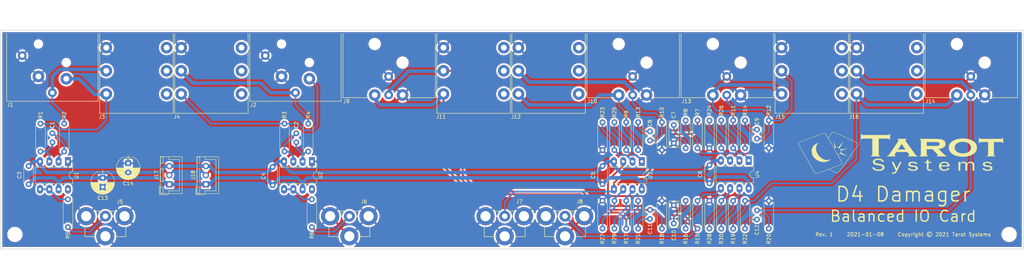
<source format=kicad_pcb>
(kicad_pcb (version 20171130) (host pcbnew "(5.1.2)-2")
  (title_block (title "D4 Damager Balanced IO Card") (date 2021-01-08) (rev 1) (company "Copyright © 2021 Tarot Systems"))
  (layers (0 F.Cu signal) (31 B.Cu signal) (36 B.SilkS user) (37 F.SilkS user) (38 B.Mask user) (39 F.Mask user) (44 Edge.Cuts user))
  (net 0 "")
  (net 1 "Net-(C1-Pad1)")
  (net 2 "Net-(C1-Pad2)")
  (net 3 "Net-(C2-Pad1)")
  (net 4 "Net-(C2-Pad2)")
  (net 5 -15V)
  (net 6 +15V)
  (net 7 "Net-(C7-Pad1)")
  (net 8 GND)
  (net 9 "Net-(C8-Pad1)")
  (net 10 "Net-(C8-Pad2)")
  (net 11 "Net-(C9-Pad1)")
  (net 12 "Net-(C9-Pad2)")
  (net 13 "Net-(C10-Pad1)")
  (net 14 "Net-(C11-Pad1)")
  (net 15 "Net-(C11-Pad2)")
  (net 16 "Net-(C12-Pad1)")
  (net 17 "Net-(C12-Pad2)")
  (net 18 "Net-(J1-Pad3)")
  (net 19 "Net-(J1-Pad2)")
  (net 20 "Net-(J2-Pad3)")
  (net 21 "Net-(J2-Pad2)")
  (net 22 "Net-(J5-Pad1)")
  (net 23 "Net-(J6-Pad1)")
  (net 24 "Net-(J7-Pad1)")
  (net 25 "Net-(J8-Pad1)")
  (net 26 "Net-(J11-PadT)")
  (net 27 "Net-(J10-Pad2)")
  (net 28 "Net-(J13-Pad2)")
  (net 29 "Net-(J14-Pad2)")
  (net 30 "Net-(R5-Pad2)")
  (net 31 "Net-(R6-Pad2)")
  (net 32 "Net-(R7-Pad2)")
  (net 33 "Net-(R25-Pad1)")
  (net 34 "Net-(R11-Pad2)")
  (net 35 "Net-(R15-Pad2)")
  (net 36 "Net-(R17-Pad2)")
  (net 37 "Net-(R19-Pad2)")
  (net 38 "Net-(R23-Pad2)")
  (net 39 "Net-(R24-Pad2)")
  (net 40 "Net-(R27-Pad2)")
  (net 41 "Net-(R28-Pad2)")
  (module amproc:R_Axial_DIN0207_L6.3mm_D2.5mm_P7.62mm_Horizontal_FabText (layer F.Cu) (at 267.25 164.4 90)
    (fp_text reference R30 (at -2.85 0 90) (layer F.SilkS))
    (fp_text value 2k2)
    (pad 1 thru_hole circle (at 0 0 90) (size 1.6 1.6) (drill 0.8) (layers *.Cu *.Mask) (net 37 "Net-(R19-Pad2)"))
    (pad 2 thru_hole oval (at 7.62 0 90) (size 1.6 1.6) (drill 0.8) (layers *.Cu *.Mask) (net 41 "Net-(R28-Pad2)"))
  )
  (module amproc:R_Axial_DIN0207_L6.3mm_D2.5mm_P7.62mm_Horizontal_FabText (layer F.Cu) (at 238 164.4 90)
    (fp_text reference R29 (at -2.85 0 90) (layer F.SilkS))
    (fp_text value 2k2)
    (pad 1 thru_hole circle (at 0 0 90) (size 1.6 1.6) (drill 0.8) (layers *.Cu *.Mask) (net 36 "Net-(R17-Pad2)"))
    (pad 2 thru_hole oval (at 7.62 0 90) (size 1.6 1.6) (drill 0.8) (layers *.Cu *.Mask) (net 40 "Net-(R27-Pad2)"))
  )
  (module amproc:R_Axial_DIN0207_L6.3mm_D2.5mm_P7.62mm_Horizontal_FabText (layer F.Cu) (at 264 156.75 270)
    (fp_text reference R28 (at 10.5 0 90) (layer F.SilkS))
    (fp_text value 2k2)
    (pad 1 thru_hole circle (at 0 0 270) (size 1.6 1.6) (drill 0.8) (layers *.Cu *.Mask) (net 8 GND))
    (pad 2 thru_hole oval (at 7.62 0 270) (size 1.6 1.6) (drill 0.8) (layers *.Cu *.Mask) (net 41 "Net-(R28-Pad2)"))
  )
  (module amproc:R_Axial_DIN0207_L6.3mm_D2.5mm_P7.62mm_Horizontal_FabText (layer F.Cu) (at 234.75 156.75 270)
    (fp_text reference R27 (at 10.5 0 90) (layer F.SilkS))
    (fp_text value 2k2)
    (pad 1 thru_hole circle (at 0 0 270) (size 1.6 1.6) (drill 0.8) (layers *.Cu *.Mask) (net 8 GND))
    (pad 2 thru_hole oval (at 7.62 0 270) (size 1.6 1.6) (drill 0.8) (layers *.Cu *.Mask) (net 40 "Net-(R27-Pad2)"))
  )
  (module amproc:R_Axial_DIN0207_L6.3mm_D2.5mm_P7.62mm_Horizontal_FabText (layer F.Cu) (at 267.25 134.75 270)
    (fp_text reference R26 (at -2.75 0 90) (layer F.SilkS))
    (fp_text value 2k2)
    (pad 1 thru_hole circle (at 0 0 270) (size 1.6 1.6) (drill 0.8) (layers *.Cu *.Mask) (net 34 "Net-(R11-Pad2)"))
    (pad 2 thru_hole oval (at 7.62 0 270) (size 1.6 1.6) (drill 0.8) (layers *.Cu *.Mask) (net 39 "Net-(R24-Pad2)"))
  )
  (module amproc:R_Axial_DIN0207_L6.3mm_D2.5mm_P7.62mm_Horizontal_FabText (layer F.Cu) (at 238 135.25 270)
    (fp_text reference R25 (at -2.75 0 90) (layer F.SilkS))
    (fp_text value 2k2)
    (pad 1 thru_hole circle (at 0 0 270) (size 1.6 1.6) (drill 0.8) (layers *.Cu *.Mask) (net 33 "Net-(R25-Pad1)"))
    (pad 2 thru_hole oval (at 7.62 0 270) (size 1.6 1.6) (drill 0.8) (layers *.Cu *.Mask) (net 38 "Net-(R23-Pad2)"))
  )
  (module amproc:R_Axial_DIN0207_L6.3mm_D2.5mm_P7.62mm_Horizontal_FabText (layer F.Cu) (at 264 142.4 90)
    (fp_text reference R24 (at 10.4 0 90) (layer F.SilkS))
    (fp_text value 2k2)
    (pad 1 thru_hole circle (at 0 0 90) (size 1.6 1.6) (drill 0.8) (layers *.Cu *.Mask) (net 8 GND))
    (pad 2 thru_hole oval (at 7.62 0 90) (size 1.6 1.6) (drill 0.8) (layers *.Cu *.Mask) (net 39 "Net-(R24-Pad2)"))
  )
  (module amproc:R_Axial_DIN0207_L6.3mm_D2.5mm_P7.62mm_Horizontal_FabText (layer F.Cu) (at 234.75 142.9 90)
    (fp_text reference R23 (at 10.4 0 90) (layer F.SilkS))
    (fp_text value 2k2)
    (pad 1 thru_hole circle (at 0 0 90) (size 1.6 1.6) (drill 0.8) (layers *.Cu *.Mask) (net 8 GND))
    (pad 2 thru_hole oval (at 7.62 0 90) (size 1.6 1.6) (drill 0.8) (layers *.Cu *.Mask) (net 38 "Net-(R23-Pad2)"))
  )
  (module amproc:R_Axial_DIN0207_L6.3mm_D2.5mm_P7.62mm_Horizontal_FabText (layer F.Cu) (at 273.75 164.4 90)
    (fp_text reference R22 (at -2.85 0 90) (layer F.SilkS))
    (fp_text value 220)
    (pad 1 thru_hole circle (at 0 0 90) (size 1.6 1.6) (drill 0.8) (layers *.Cu *.Mask) (net 16 "Net-(C12-Pad1)"))
    (pad 2 thru_hole oval (at 7.62 0 90) (size 1.6 1.6) (drill 0.8) (layers *.Cu *.Mask) (net 29 "Net-(J14-Pad2)"))
  )
  (module amproc:R_Axial_DIN0207_L6.3mm_D2.5mm_P7.62mm_Horizontal_FabText (layer F.Cu) (at 244.5 164.4 90)
    (fp_text reference R21 (at -2.85 0 90) (layer F.SilkS))
    (fp_text value 220)
    (pad 1 thru_hole circle (at 0 0 90) (size 1.6 1.6) (drill 0.8) (layers *.Cu *.Mask) (net 14 "Net-(C11-Pad1)"))
    (pad 2 thru_hole oval (at 7.62 0 90) (size 1.6 1.6) (drill 0.8) (layers *.Cu *.Mask) (net 26 "Net-(J11-PadT)"))
  )
  (module amproc:R_Axial_DIN0207_L6.3mm_D2.5mm_P7.62mm_Horizontal_FabText (layer F.Cu) (at 280.25 164.4 90)
    (fp_text reference R20 (at -2.85 0 90) (layer F.SilkS))
    (fp_text value 220)
    (pad 1 thru_hole circle (at 0 0 90) (size 1.6 1.6) (drill 0.8) (layers *.Cu *.Mask) (net 17 "Net-(C12-Pad2)"))
    (pad 2 thru_hole oval (at 7.62 0 90) (size 1.6 1.6) (drill 0.8) (layers *.Cu *.Mask) (net 8 GND))
  )
  (module amproc:R_Axial_DIN0207_L6.3mm_D2.5mm_P7.62mm_Horizontal_FabText (layer F.Cu) (at 270.5 164.4 90)
    (fp_text reference R19 (at -2.85 0 90) (layer F.SilkS))
    (fp_text value 220)
    (pad 1 thru_hole circle (at 0 0 90) (size 1.6 1.6) (drill 0.8) (layers *.Cu *.Mask) (net 29 "Net-(J14-Pad2)"))
    (pad 2 thru_hole oval (at 7.62 0 90) (size 1.6 1.6) (drill 0.8) (layers *.Cu *.Mask) (net 37 "Net-(R19-Pad2)"))
  )
  (module amproc:R_Axial_DIN0207_L6.3mm_D2.5mm_P7.62mm_Horizontal_FabText (layer F.Cu) (at 251 164.4 90)
    (fp_text reference R18 (at -2.85 0 90) (layer F.SilkS))
    (fp_text value 220)
    (pad 1 thru_hole circle (at 0 0 90) (size 1.6 1.6) (drill 0.8) (layers *.Cu *.Mask) (net 15 "Net-(C11-Pad2)"))
    (pad 2 thru_hole oval (at 7.62 0 90) (size 1.6 1.6) (drill 0.8) (layers *.Cu *.Mask) (net 8 GND))
  )
  (module amproc:R_Axial_DIN0207_L6.3mm_D2.5mm_P7.62mm_Horizontal_FabText (layer F.Cu) (at 241.25 164.4 90)
    (fp_text reference R17 (at -2.85 0 90) (layer F.SilkS))
    (fp_text value 220)
    (pad 1 thru_hole circle (at 0 0 90) (size 1.6 1.6) (drill 0.8) (layers *.Cu *.Mask) (net 26 "Net-(J11-PadT)"))
    (pad 2 thru_hole oval (at 7.62 0 90) (size 1.6 1.6) (drill 0.8) (layers *.Cu *.Mask) (net 36 "Net-(R17-Pad2)"))
  )
  (module amproc:R_Axial_DIN0207_L6.3mm_D2.5mm_P7.62mm_Horizontal_FabText (layer F.Cu) (at 257.5 164.4 90)
    (fp_text reference R16 (at -2.85 0 90) (layer F.SilkS))
    (fp_text value *)
    (pad 1 thru_hole circle (at 0 0 90) (size 1.6 1.6) (drill 0.8) (layers *.Cu *.Mask) (net 35 "Net-(R15-Pad2)"))
    (pad 2 thru_hole oval (at 7.62 0 90) (size 1.6 1.6) (drill 0.8) (layers *.Cu *.Mask) (net 13 "Net-(C10-Pad1)"))
  )
  (module amproc:R_Axial_DIN0207_L6.3mm_D2.5mm_P7.62mm_Horizontal_FabText (layer F.Cu) (at 260.75 164.4 90)
    (fp_text reference R15 (at -2.85 0 90) (layer F.SilkS))
    (fp_text value *)
    (pad 1 thru_hole circle (at 0 0 90) (size 1.6 1.6) (drill 0.8) (layers *.Cu *.Mask) (net 25 "Net-(J8-Pad1)"))
    (pad 2 thru_hole oval (at 7.62 0 90) (size 1.6 1.6) (drill 0.8) (layers *.Cu *.Mask) (net 35 "Net-(R15-Pad2)"))
  )
  (module amproc:R_Axial_DIN0207_L6.3mm_D2.5mm_P7.62mm_Horizontal_FabText (layer F.Cu) (at 273.75 134.75 270)
    (fp_text reference R14 (at -2.75 0 90) (layer F.SilkS))
    (fp_text value 220)
    (pad 1 thru_hole circle (at 0 0 270) (size 1.6 1.6) (drill 0.8) (layers *.Cu *.Mask) (net 11 "Net-(C9-Pad1)"))
    (pad 2 thru_hole oval (at 7.62 0 270) (size 1.6 1.6) (drill 0.8) (layers *.Cu *.Mask) (net 28 "Net-(J13-Pad2)"))
  )
  (module amproc:R_Axial_DIN0207_L6.3mm_D2.5mm_P7.62mm_Horizontal_FabText (layer F.Cu) (at 244.5 135.25 270)
    (fp_text reference R13 (at -2.75 0 90) (layer F.SilkS))
    (fp_text value 220)
    (pad 1 thru_hole circle (at 0 0 270) (size 1.6 1.6) (drill 0.8) (layers *.Cu *.Mask) (net 9 "Net-(C8-Pad1)"))
    (pad 2 thru_hole oval (at 7.62 0 270) (size 1.6 1.6) (drill 0.8) (layers *.Cu *.Mask) (net 27 "Net-(J10-Pad2)"))
  )
  (module amproc:R_Axial_DIN0207_L6.3mm_D2.5mm_P7.62mm_Horizontal_FabText (layer F.Cu) (at 280.25 134.75 270)
    (fp_text reference R12 (at -2.75 0 90) (layer F.SilkS))
    (fp_text value 220)
    (pad 1 thru_hole circle (at 0 0 270) (size 1.6 1.6) (drill 0.8) (layers *.Cu *.Mask) (net 12 "Net-(C9-Pad2)"))
    (pad 2 thru_hole oval (at 7.62 0 270) (size 1.6 1.6) (drill 0.8) (layers *.Cu *.Mask) (net 8 GND))
  )
  (module amproc:R_Axial_DIN0207_L6.3mm_D2.5mm_P7.62mm_Horizontal_FabText (layer F.Cu) (at 270.5 134.75 270)
    (fp_text reference R11 (at -2.75 0 90) (layer F.SilkS))
    (fp_text value 220)
    (pad 1 thru_hole circle (at 0 0 270) (size 1.6 1.6) (drill 0.8) (layers *.Cu *.Mask) (net 28 "Net-(J13-Pad2)"))
    (pad 2 thru_hole oval (at 7.62 0 270) (size 1.6 1.6) (drill 0.8) (layers *.Cu *.Mask) (net 34 "Net-(R11-Pad2)"))
  )
  (module amproc:R_Axial_DIN0207_L6.3mm_D2.5mm_P7.62mm_Horizontal_FabText (layer F.Cu) (at 251 135.25 270)
    (fp_text reference R10 (at -2.75 0 90) (layer F.SilkS))
    (fp_text value 220)
    (pad 1 thru_hole circle (at 0 0 270) (size 1.6 1.6) (drill 0.8) (layers *.Cu *.Mask) (net 10 "Net-(C8-Pad2)"))
    (pad 2 thru_hole oval (at 7.62 0 270) (size 1.6 1.6) (drill 0.8) (layers *.Cu *.Mask) (net 8 GND))
  )
  (module amproc:R_Axial_DIN0207_L6.3mm_D2.5mm_P7.62mm_Horizontal_FabText (layer F.Cu) (at 241.25 135.25 270)
    (fp_text reference R9 (at -2.25 0 90) (layer F.SilkS))
    (fp_text value 220)
    (pad 1 thru_hole circle (at 0 0 270) (size 1.6 1.6) (drill 0.8) (layers *.Cu *.Mask) (net 27 "Net-(J10-Pad2)"))
    (pad 2 thru_hole oval (at 7.62 0 270) (size 1.6 1.6) (drill 0.8) (layers *.Cu *.Mask) (net 33 "Net-(R25-Pad1)"))
  )
  (module amproc:R_Axial_DIN0207_L6.3mm_D2.5mm_P7.62mm_Horizontal_FabText (layer F.Cu) (at 257.5 134.75 270)
    (fp_text reference R8 (at -2.25 0 90) (layer F.SilkS))
    (fp_text value *)
    (pad 1 thru_hole circle (at 0 0 270) (size 1.6 1.6) (drill 0.8) (layers *.Cu *.Mask) (net 32 "Net-(R7-Pad2)"))
    (pad 2 thru_hole oval (at 7.62 0 270) (size 1.6 1.6) (drill 0.8) (layers *.Cu *.Mask) (net 7 "Net-(C7-Pad1)"))
  )
  (module amproc:R_Axial_DIN0207_L6.3mm_D2.5mm_P7.62mm_Horizontal_FabText (layer F.Cu) (at 260.75 134.75 270)
    (fp_text reference R7 (at -2.25 0 90) (layer F.SilkS))
    (fp_text value *)
    (pad 1 thru_hole circle (at 0 0 270) (size 1.6 1.6) (drill 0.8) (layers *.Cu *.Mask) (net 24 "Net-(J7-Pad1)"))
    (pad 2 thru_hole oval (at 7.62 0 270) (size 1.6 1.6) (drill 0.8) (layers *.Cu *.Mask) (net 32 "Net-(R7-Pad2)"))
  )
  (module amproc:R_Axial_DIN0207_L6.3mm_D2.5mm_P7.62mm_Horizontal_FabText (layer F.Cu) (at 155.25 164 90)
    (fp_text reference R6 (at -2.25 0 90) (layer F.SilkS))
    (fp_text value 220)
    (pad 1 thru_hole circle (at 0 0 90) (size 1.6 1.6) (drill 0.8) (layers *.Cu *.Mask) (net 23 "Net-(J6-Pad1)"))
    (pad 2 thru_hole oval (at 7.62 0 90) (size 1.6 1.6) (drill 0.8) (layers *.Cu *.Mask) (net 31 "Net-(R6-Pad2)"))
  )
  (module amproc:R_Axial_DIN0207_L6.3mm_D2.5mm_P7.62mm_Horizontal_FabText (layer F.Cu) (at 88.5 164 90)
    (fp_text reference R5 (at -2.25 0 90) (layer F.SilkS))
    (fp_text value 220)
    (pad 1 thru_hole circle (at 0 0 90) (size 1.6 1.6) (drill 0.8) (layers *.Cu *.Mask) (net 22 "Net-(J5-Pad1)"))
    (pad 2 thru_hole oval (at 7.62 0 90) (size 1.6 1.6) (drill 0.8) (layers *.Cu *.Mask) (net 30 "Net-(R5-Pad2)"))
  )
  (module amproc:R_Axial_DIN0207_L6.3mm_D2.5mm_P7.62mm_Horizontal_FabText (layer F.Cu) (at 154.25 143.25 90)
    (fp_text reference R4 (at 10 0 90) (layer F.SilkS))
    (fp_text value 2k2)
    (pad 1 thru_hole circle (at 0 0 90) (size 1.6 1.6) (drill 0.8) (layers *.Cu *.Mask) (net 3 "Net-(C2-Pad1)"))
    (pad 2 thru_hole oval (at 7.62 0 90) (size 1.6 1.6) (drill 0.8) (layers *.Cu *.Mask) (net 20 "Net-(J2-Pad3)"))
  )
  (module amproc:R_Axial_DIN0207_L6.3mm_D2.5mm_P7.62mm_Horizontal_FabText (layer F.Cu) (at 147.75 143.25 90)
    (fp_text reference R3 (at 10 0 90) (layer F.SilkS))
    (fp_text value 2k2)
    (pad 1 thru_hole circle (at 0 0 90) (size 1.6 1.6) (drill 0.8) (layers *.Cu *.Mask) (net 4 "Net-(C2-Pad2)"))
    (pad 2 thru_hole oval (at 7.62 0 90) (size 1.6 1.6) (drill 0.8) (layers *.Cu *.Mask) (net 21 "Net-(J2-Pad2)"))
  )
  (module amproc:R_Axial_DIN0207_L6.3mm_D2.5mm_P7.62mm_Horizontal_FabText (layer F.Cu) (at 87.5 143.25 90)
    (fp_text reference R2 (at 10 0 90) (layer F.SilkS))
    (fp_text value 2k2)
    (pad 1 thru_hole circle (at 0 0 90) (size 1.6 1.6) (drill 0.8) (layers *.Cu *.Mask) (net 1 "Net-(C1-Pad1)"))
    (pad 2 thru_hole oval (at 7.62 0 90) (size 1.6 1.6) (drill 0.8) (layers *.Cu *.Mask) (net 18 "Net-(J1-Pad3)"))
  )
  (module amproc:R_Axial_DIN0207_L6.3mm_D2.5mm_P7.62mm_Horizontal_FabText (layer F.Cu) (at 81 143.25 90)
    (fp_text reference R1 (at 10 0 90) (layer F.SilkS))
    (fp_text value 2k2)
    (pad 1 thru_hole circle (at 0 0 90) (size 1.6 1.6) (drill 0.8) (layers *.Cu *.Mask) (net 2 "Net-(C1-Pad2)"))
    (pad 2 thru_hole oval (at 7.62 0 90) (size 1.6 1.6) (drill 0.8) (layers *.Cu *.Mask) (net 19 "Net-(J1-Pad2)"))
  )
  (module amproc:CL12345 (layer F.Cu) (at 312.5 121.4 180)
    (fp_text reference J16 (at 7.5 -12.35) (layer F.SilkS) (effects (justify right)))
    (fp_text value MON4)
    (pad SN thru_hole circle (at -8.25 6.6 180) (size 3.2 3.2) (drill 1.6) (layers *.Cu *.Mask))
    (pad RN thru_hole circle (at -8.25 0.25 180) (size 3.2 3.2) (drill 1.6) (layers *.Cu *.Mask))
    (pad TN thru_hole circle (at -8.25 -6.1 180) (size 3.2 3.2) (drill 1.6) (layers *.Cu *.Mask))
    (pad S thru_hole circle (at 8.25 6.6 180) (size 3.2 3.2) (drill 1.6) (layers *.Cu *.Mask) (net 8 GND))
    (pad R thru_hole circle (at 8.25 0.25 180) (size 3.2 3.2) (drill 1.6) (layers *.Cu *.Mask) (net 17 "Net-(C12-Pad2)"))
    (pad T thru_hole circle (at 8.25 -6.1 180) (size 3.2 3.2) (drill 1.6) (layers *.Cu *.Mask) (net 29 "Net-(J14-Pad2)"))
  )
  (module amproc:CL12345 (layer F.Cu) (at 292 121.4 180)
    (fp_text reference J15 (at 7.25 -12.35) (layer F.SilkS) (effects (justify right)))
    (fp_text value MON3)
    (pad SN thru_hole circle (at -8.25 6.6 180) (size 3.2 3.2) (drill 1.6) (layers *.Cu *.Mask))
    (pad RN thru_hole circle (at -8.25 0.25 180) (size 3.2 3.2) (drill 1.6) (layers *.Cu *.Mask))
    (pad TN thru_hole circle (at -8.25 -6.1 180) (size 3.2 3.2) (drill 1.6) (layers *.Cu *.Mask))
    (pad S thru_hole circle (at 8.25 6.6 180) (size 3.2 3.2) (drill 1.6) (layers *.Cu *.Mask) (net 8 GND))
    (pad R thru_hole circle (at 8.25 0.25 180) (size 3.2 3.2) (drill 1.6) (layers *.Cu *.Mask) (net 12 "Net-(C9-Pad2)"))
    (pad T thru_hole circle (at 8.25 -6.1 180) (size 3.2 3.2) (drill 1.6) (layers *.Cu *.Mask) (net 28 "Net-(J13-Pad2)"))
  )
  (module amproc:NC3MAAH (layer F.Cu) (at 335.5 119.25)
    (fp_text reference J14 (at -12.5 10.25) (layer F.SilkS) (effects (justify left)))
    (fp_text value MON4)
    (pad "" np_thru_hole circle (at 3.81 -0.36) (size 2.4 2.4) (drill 2.4) (layers *.Cu *.Mask))
    (pad "" np_thru_hole circle (at -3.81 -5.44) (size 2.4 2.4) (drill 2.4) (layers *.Cu *.Mask))
    (pad G thru_hole circle (at 0 3.45) (size 2.4 2.4) (drill 1.2) (layers *.Cu *.Mask) (net 8 GND))
    (pad 3 thru_hole circle (at 0 8.53) (size 2.4 2.4) (drill 1.2) (layers *.Cu *.Mask) (net 17 "Net-(C12-Pad2)"))
    (pad 2 thru_hole circle (at -3.81 8.53) (size 3.2 3.2) (drill 1.6) (layers *.Cu *.Mask) (net 29 "Net-(J14-Pad2)"))
    (pad 1 thru_hole circle (at 3.81 8.53) (size 3.2 3.2) (drill 1.6) (layers *.Cu *.Mask) (net 8 GND))
  )
  (module amproc:NC3MAAH (layer F.Cu) (at 268.75 119.25)
    (fp_text reference J13 (at -12.5 10.25) (layer F.SilkS) (effects (justify left)))
    (fp_text value MON3)
    (pad "" np_thru_hole circle (at 3.81 -0.36) (size 2.4 2.4) (drill 2.4) (layers *.Cu *.Mask))
    (pad "" np_thru_hole circle (at -3.81 -5.44) (size 2.4 2.4) (drill 2.4) (layers *.Cu *.Mask))
    (pad G thru_hole circle (at 0 3.45) (size 2.4 2.4) (drill 1.2) (layers *.Cu *.Mask) (net 8 GND))
    (pad 3 thru_hole circle (at 0 8.53) (size 2.4 2.4) (drill 1.2) (layers *.Cu *.Mask) (net 12 "Net-(C9-Pad2)"))
    (pad 2 thru_hole circle (at -3.81 8.53) (size 3.2 3.2) (drill 1.6) (layers *.Cu *.Mask) (net 28 "Net-(J13-Pad2)"))
    (pad 1 thru_hole circle (at 3.81 8.53) (size 3.2 3.2) (drill 1.6) (layers *.Cu *.Mask) (net 8 GND))
  )
  (module amproc:CL12345 (layer F.Cu) (at 220 121.4 180)
    (fp_text reference J12 (at 7.5 -12.35) (layer F.SilkS) (effects (justify right)))
    (fp_text value OUT4)
    (pad SN thru_hole circle (at -8.25 6.6 180) (size 3.2 3.2) (drill 1.6) (layers *.Cu *.Mask))
    (pad RN thru_hole circle (at -8.25 0.25 180) (size 3.2 3.2) (drill 1.6) (layers *.Cu *.Mask))
    (pad TN thru_hole circle (at -8.25 -6.1 180) (size 3.2 3.2) (drill 1.6) (layers *.Cu *.Mask))
    (pad S thru_hole circle (at 8.25 6.6 180) (size 3.2 3.2) (drill 1.6) (layers *.Cu *.Mask) (net 8 GND))
    (pad R thru_hole circle (at 8.25 0.25 180) (size 3.2 3.2) (drill 1.6) (layers *.Cu *.Mask) (net 10 "Net-(C8-Pad2)"))
    (pad T thru_hole circle (at 8.25 -6.1 180) (size 3.2 3.2) (drill 1.6) (layers *.Cu *.Mask) (net 27 "Net-(J10-Pad2)"))
  )
  (module amproc:CL12345 (layer F.Cu) (at 199.5 121.4 180)
    (fp_text reference J11 (at 7.5 -12.35) (layer F.SilkS) (effects (justify right)))
    (fp_text value OUT3)
    (pad SN thru_hole circle (at -8.25 6.6 180) (size 3.2 3.2) (drill 1.6) (layers *.Cu *.Mask))
    (pad RN thru_hole circle (at -8.25 0.25 180) (size 3.2 3.2) (drill 1.6) (layers *.Cu *.Mask))
    (pad TN thru_hole circle (at -8.25 -6.1 180) (size 3.2 3.2) (drill 1.6) (layers *.Cu *.Mask))
    (pad S thru_hole circle (at 8.25 6.6 180) (size 3.2 3.2) (drill 1.6) (layers *.Cu *.Mask) (net 8 GND))
    (pad R thru_hole circle (at 8.25 0.25 180) (size 3.2 3.2) (drill 1.6) (layers *.Cu *.Mask) (net 15 "Net-(C11-Pad2)"))
    (pad T thru_hole circle (at 8.25 -6.1 180) (size 3.2 3.2) (drill 1.6) (layers *.Cu *.Mask) (net 26 "Net-(J11-PadT)"))
  )
  (module amproc:NC3MAAH (layer F.Cu) (at 243 119.25)
    (fp_text reference J10 (at -12.5 10.25) (layer F.SilkS) (effects (justify left)))
    (fp_text value OUT4)
    (pad "" np_thru_hole circle (at 3.81 -0.36) (size 2.4 2.4) (drill 2.4) (layers *.Cu *.Mask))
    (pad "" np_thru_hole circle (at -3.81 -5.44) (size 2.4 2.4) (drill 2.4) (layers *.Cu *.Mask))
    (pad G thru_hole circle (at 0 3.45) (size 2.4 2.4) (drill 1.2) (layers *.Cu *.Mask) (net 8 GND))
    (pad 3 thru_hole circle (at 0 8.53) (size 2.4 2.4) (drill 1.2) (layers *.Cu *.Mask) (net 10 "Net-(C8-Pad2)"))
    (pad 2 thru_hole circle (at -3.81 8.53) (size 3.2 3.2) (drill 1.6) (layers *.Cu *.Mask) (net 27 "Net-(J10-Pad2)"))
    (pad 1 thru_hole circle (at 3.81 8.53) (size 3.2 3.2) (drill 1.6) (layers *.Cu *.Mask) (net 8 GND))
  )
  (module amproc:NC3MAAH (layer F.Cu) (at 176.25 119.25)
    (fp_text reference J9 (at -12.5 10.25) (layer F.SilkS) (effects (justify left)))
    (fp_text value OUT3)
    (pad "" np_thru_hole circle (at 3.81 -0.36) (size 2.4 2.4) (drill 2.4) (layers *.Cu *.Mask))
    (pad "" np_thru_hole circle (at -3.81 -5.44) (size 2.4 2.4) (drill 2.4) (layers *.Cu *.Mask))
    (pad G thru_hole circle (at 0 3.45) (size 2.4 2.4) (drill 1.2) (layers *.Cu *.Mask) (net 8 GND))
    (pad 3 thru_hole circle (at 0 8.53) (size 2.4 2.4) (drill 1.2) (layers *.Cu *.Mask) (net 15 "Net-(C11-Pad2)"))
    (pad 2 thru_hole circle (at -3.81 8.53) (size 3.2 3.2) (drill 1.6) (layers *.Cu *.Mask) (net 26 "Net-(J11-PadT)"))
    (pad 1 thru_hole circle (at 3.81 8.53) (size 3.2 3.2) (drill 1.6) (layers *.Cu *.Mask) (net 8 GND))
  )
  (module amproc:NYS354 (layer F.Cu) (at 224.5 161 180)
    (fp_text reference J8 (at -4 4) (layer F.SilkS))
    (fp_text value IN4)
    (pad 2 thru_hole circle (at 0 -5.5 180) (size 5 5) (drill 2.8) (layers *.Cu *.Mask) (net 8 GND))
    (pad 2 thru_hole circle (at 5.25 0 180) (size 5 5) (drill 2.8) (layers *.Cu *.Mask) (net 8 GND))
    (pad 2 thru_hole circle (at -5.25 0 180) (size 5 5) (drill 2.8) (layers *.Cu *.Mask) (net 8 GND))
    (pad 1 thru_hole circle (at 0 0 180) (size 3 3) (drill 1.5) (layers *.Cu *.Mask) (net 25 "Net-(J8-Pad1)"))
  )
  (module amproc:NYS354 (layer F.Cu) (at 208 161 180)
    (fp_text reference J7 (at -4 4) (layer F.SilkS))
    (fp_text value IN3)
    (pad 2 thru_hole circle (at 0 -5.5 180) (size 5 5) (drill 2.8) (layers *.Cu *.Mask) (net 8 GND))
    (pad 2 thru_hole circle (at 5.25 0 180) (size 5 5) (drill 2.8) (layers *.Cu *.Mask) (net 8 GND))
    (pad 2 thru_hole circle (at -5.25 0 180) (size 5 5) (drill 2.8) (layers *.Cu *.Mask) (net 8 GND))
    (pad 1 thru_hole circle (at 0 0 180) (size 3 3) (drill 1.5) (layers *.Cu *.Mask) (net 24 "Net-(J7-Pad1)"))
  )
  (module amproc:NYS354 (layer F.Cu) (at 165.5 161 180)
    (fp_text reference J6 (at -4 4) (layer F.SilkS))
    (fp_text value OUT2)
    (pad 2 thru_hole circle (at 0 -5.5 180) (size 5 5) (drill 2.8) (layers *.Cu *.Mask) (net 8 GND))
    (pad 2 thru_hole circle (at 5.25 0 180) (size 5 5) (drill 2.8) (layers *.Cu *.Mask) (net 8 GND))
    (pad 2 thru_hole circle (at -5.25 0 180) (size 5 5) (drill 2.8) (layers *.Cu *.Mask) (net 8 GND))
    (pad 1 thru_hole circle (at 0 0 180) (size 3 3) (drill 1.5) (layers *.Cu *.Mask) (net 23 "Net-(J6-Pad1)"))
  )
  (module amproc:NYS354 (layer F.Cu) (at 98.75 161 180)
    (fp_text reference J5 (at -4 4) (layer F.SilkS))
    (fp_text value OUT1)
    (pad 2 thru_hole circle (at 0 -5.5 180) (size 5 5) (drill 2.8) (layers *.Cu *.Mask) (net 8 GND))
    (pad 2 thru_hole circle (at 5.25 0 180) (size 5 5) (drill 2.8) (layers *.Cu *.Mask) (net 8 GND))
    (pad 2 thru_hole circle (at -5.25 0 180) (size 5 5) (drill 2.8) (layers *.Cu *.Mask) (net 8 GND))
    (pad 1 thru_hole circle (at 0 0 180) (size 3 3) (drill 1.5) (layers *.Cu *.Mask) (net 22 "Net-(J5-Pad1)"))
  )
  (module amproc:CL12345 (layer F.Cu) (at 127.75 121.4 180)
    (fp_text reference J4 (at 8.5 -12.35) (layer F.SilkS) (effects (justify right)))
    (fp_text value IN2)
    (pad SN thru_hole circle (at -8.25 6.6 180) (size 3.2 3.2) (drill 1.6) (layers *.Cu *.Mask))
    (pad RN thru_hole circle (at -8.25 0.25 180) (size 3.2 3.2) (drill 1.6) (layers *.Cu *.Mask))
    (pad TN thru_hole circle (at -8.25 -6.1 180) (size 3.2 3.2) (drill 1.6) (layers *.Cu *.Mask))
    (pad S thru_hole circle (at 8.25 6.6 180) (size 3.2 3.2) (drill 1.6) (layers *.Cu *.Mask) (net 8 GND))
    (pad R thru_hole circle (at 8.25 0.25 180) (size 3.2 3.2) (drill 1.6) (layers *.Cu *.Mask) (net 20 "Net-(J2-Pad3)"))
    (pad T thru_hole circle (at 8.25 -6.1 180) (size 3.2 3.2) (drill 1.6) (layers *.Cu *.Mask) (net 21 "Net-(J2-Pad2)"))
  )
  (module amproc:CL12345 (layer F.Cu) (at 107.25 121.4 180)
    (fp_text reference J3 (at 8.5 -12.35) (layer F.SilkS) (effects (justify right)))
    (fp_text value IN1)
    (pad SN thru_hole circle (at -8.25 6.6 180) (size 3.2 3.2) (drill 1.6) (layers *.Cu *.Mask))
    (pad RN thru_hole circle (at -8.25 0.25 180) (size 3.2 3.2) (drill 1.6) (layers *.Cu *.Mask))
    (pad TN thru_hole circle (at -8.25 -6.1 180) (size 3.2 3.2) (drill 1.6) (layers *.Cu *.Mask))
    (pad S thru_hole circle (at 8.25 6.6 180) (size 3.2 3.2) (drill 1.6) (layers *.Cu *.Mask) (net 8 GND))
    (pad R thru_hole circle (at 8.25 0.25 180) (size 3.2 3.2) (drill 1.6) (layers *.Cu *.Mask) (net 18 "Net-(J1-Pad3)"))
    (pad T thru_hole circle (at 8.25 -6.1 180) (size 3.2 3.2) (drill 1.6) (layers *.Cu *.Mask) (net 19 "Net-(J1-Pad2)"))
  )
  (module amproc:NC3FAAH2 (layer F.Cu) (at 150.75 119.75)
    (fp_text reference J2 (at -12.5 10.75) (layer F.SilkS) (effects (justify left)))
    (fp_text value IN2)
    (pad G thru_hole circle (at -8.25 -2.77) (size 2.4 2.4) (drill 1.2) (layers *.Cu *.Mask) (net 8 GND))
    (pad "" np_thru_hole circle (at 3.81 -0.86) (size 1.6 1.6) (drill 1.6) (layers *.Cu *.Mask))
    (pad "" np_thru_hole circle (at -3.81 -5.94) (size 1.6 1.6) (drill 1.6) (layers *.Cu *.Mask))
    (pad 3 thru_hole circle (at 0 7.4) (size 2.4 2.4) (drill 1.2) (layers *.Cu *.Mask) (net 20 "Net-(J2-Pad3)"))
    (pad 2 thru_hole circle (at 3.81 3.585) (size 3.2 3.2) (drill 1.6) (layers *.Cu *.Mask) (net 21 "Net-(J2-Pad2)"))
    (pad 1 thru_hole circle (at -3.81 2.95) (size 3.2 3.2) (drill 1.6) (layers *.Cu *.Mask) (net 8 GND))
  )
  (module amproc:NC3FAAH2 (layer F.Cu) (at 84.25 119.75)
    (fp_text reference J1 (at -12.5 10.75) (layer F.SilkS) (effects (justify left)))
    (fp_text value IN1)
    (pad G thru_hole circle (at -8.25 -2.77) (size 2.4 2.4) (drill 1.2) (layers *.Cu *.Mask) (net 8 GND))
    (pad "" np_thru_hole circle (at 3.81 -0.86) (size 1.6 1.6) (drill 1.6) (layers *.Cu *.Mask))
    (pad "" np_thru_hole circle (at -3.81 -5.94) (size 1.6 1.6) (drill 1.6) (layers *.Cu *.Mask))
    (pad 3 thru_hole circle (at 0 7.4) (size 2.4 2.4) (drill 1.2) (layers *.Cu *.Mask) (net 18 "Net-(J1-Pad3)"))
    (pad 2 thru_hole circle (at 3.81 3.585) (size 3.2 3.2) (drill 1.6) (layers *.Cu *.Mask) (net 19 "Net-(J1-Pad2)"))
    (pad 1 thru_hole circle (at -3.81 2.95) (size 3.2 3.2) (drill 1.6) (layers *.Cu *.Mask) (net 8 GND))
  )
  (module tarot:tarot_logo_fsilk_60mm (layer F.Cu) (at 317 144)
    (fp_text reference G1 hide)
    (fp_text value LOGO hide)
  )
  (module Mounting_Holes:MountingHole_3.2mm_M3 (layer F.Cu) (at 346 166)
    (fp_text reference H2 hide)
    (fp_text value M3)
    (pad 1 np_thru_hole circle (at 0 0) (size 3.2 3.2) (drill 3.2) (layers *.Cu *.Mask))
  )
  (module Mounting_Holes:MountingHole_3.2mm_M3 (layer F.Cu) (at 74 166)
    (fp_text reference H1 hide)
    (fp_text value M3)
    (pad 1 np_thru_hole circle (at 0 0) (size 3.2 3.2) (drill 3.2) (layers *.Cu *.Mask))
  )
  (module Capacitors_THT:CP_Radial_D6.3mm_P2.50mm (layer F.Cu) (at 105 146.5 270)
    (fp_text reference C14 (at 5.5 0 180) (layer F.SilkS))
    (fp_text value "100u 25V")
    (pad 1 thru_hole rect (at 0 0 270) (size 1.6 1.6) (drill 0.8) (layers *.Cu *.Mask) (net 8 GND))
    (pad 2 thru_hole circle (at 2.5 0 270) (size 1.6 1.6) (drill 0.8) (layers *.Cu *.Mask) (net 5 -15V))
  )
  (module Capacitors_THT:CP_Radial_D6.3mm_P2.50mm (layer F.Cu) (at 98 150.5 270)
    (fp_text reference C13 (at 5.5 0 180) (layer F.SilkS))
    (fp_text value "100u 25V")
    (pad 1 thru_hole rect (at 0 0 270) (size 1.6 1.6) (drill 0.8) (layers *.Cu *.Mask) (net 6 +15V))
    (pad 2 thru_hole circle (at 2.5 0 270) (size 1.6 1.6) (drill 0.8) (layers *.Cu *.Mask) (net 8 GND))
  )
  (module Housings_DIP:DIP-8_W7.62mm_LongPads (layer F.Cu) (at 274.75 145.75 270)
    (fp_text reference U4 (at 3.81 -2.33 90) (layer F.SilkS))
    (fp_text value TL072)
    (pad 1 thru_hole rect (at 0 0 270) (size 2.4 1.6) (drill 0.8) (layers *.Cu *.Mask) (net 34 "Net-(R11-Pad2)"))
    (pad 5 thru_hole oval (at 7.62 7.62 270) (size 2.4 1.6) (drill 0.8) (layers *.Cu *.Mask) (net 35 "Net-(R15-Pad2)"))
    (pad 2 thru_hole oval (at 0 2.54 270) (size 2.4 1.6) (drill 0.8) (layers *.Cu *.Mask) (net 39 "Net-(R24-Pad2)"))
    (pad 6 thru_hole oval (at 7.62 5.08 270) (size 2.4 1.6) (drill 0.8) (layers *.Cu *.Mask) (net 41 "Net-(R28-Pad2)"))
    (pad 3 thru_hole oval (at 0 5.08 270) (size 2.4 1.6) (drill 0.8) (layers *.Cu *.Mask) (net 32 "Net-(R7-Pad2)"))
    (pad 7 thru_hole oval (at 7.62 2.54 270) (size 2.4 1.6) (drill 0.8) (layers *.Cu *.Mask) (net 37 "Net-(R19-Pad2)"))
    (pad 4 thru_hole oval (at 0 7.62 270) (size 2.4 1.6) (drill 0.8) (layers *.Cu *.Mask) (net 5 -15V))
    (pad 8 thru_hole oval (at 7.62 0 270) (size 2.4 1.6) (drill 0.8) (layers *.Cu *.Mask) (net 6 +15V))
  )
  (module Housings_DIP:DIP-8_W7.62mm_LongPads (layer F.Cu) (at 245.5 146 270)
    (fp_text reference U3 (at 3.81 -2.33 90) (layer F.SilkS))
    (fp_text value TL072)
    (pad 8 thru_hole oval (at 7.62 0 270) (size 2.4 1.6) (drill 0.8) (layers *.Cu *.Mask) (net 6 +15V))
    (pad 4 thru_hole oval (at 0 7.62 270) (size 2.4 1.6) (drill 0.8) (layers *.Cu *.Mask) (net 5 -15V))
    (pad 7 thru_hole oval (at 7.62 2.54 270) (size 2.4 1.6) (drill 0.8) (layers *.Cu *.Mask) (net 36 "Net-(R17-Pad2)"))
    (pad 3 thru_hole oval (at 0 5.08 270) (size 2.4 1.6) (drill 0.8) (layers *.Cu *.Mask) (net 25 "Net-(J8-Pad1)"))
    (pad 6 thru_hole oval (at 7.62 5.08 270) (size 2.4 1.6) (drill 0.8) (layers *.Cu *.Mask) (net 40 "Net-(R27-Pad2)"))
    (pad 2 thru_hole oval (at 0 2.54 270) (size 2.4 1.6) (drill 0.8) (layers *.Cu *.Mask) (net 38 "Net-(R23-Pad2)"))
    (pad 5 thru_hole oval (at 7.62 7.62 270) (size 2.4 1.6) (drill 0.8) (layers *.Cu *.Mask) (net 24 "Net-(J7-Pad1)"))
    (pad 1 thru_hole rect (at 0 0 270) (size 2.4 1.6) (drill 0.8) (layers *.Cu *.Mask) (net 33 "Net-(R25-Pad1)"))
  )
  (module Housings_DIP:DIP-8_W7.62mm_LongPads (layer F.Cu) (at 155.25 146 270)
    (fp_text reference U2 (at 3.81 -2.33 90) (layer F.SilkS))
    (fp_text value INA134)
    (pad 1 thru_hole rect (at 0 0 270) (size 2.4 1.6) (drill 0.8) (layers *.Cu *.Mask) (net 8 GND))
    (pad 5 thru_hole oval (at 7.62 7.62 270) (size 2.4 1.6) (drill 0.8) (layers *.Cu *.Mask) (net 31 "Net-(R6-Pad2)"))
    (pad 2 thru_hole oval (at 0 2.54 270) (size 2.4 1.6) (drill 0.8) (layers *.Cu *.Mask) (net 3 "Net-(C2-Pad1)"))
    (pad 6 thru_hole oval (at 7.62 5.08 270) (size 2.4 1.6) (drill 0.8) (layers *.Cu *.Mask) (net 31 "Net-(R6-Pad2)"))
    (pad 3 thru_hole oval (at 0 5.08 270) (size 2.4 1.6) (drill 0.8) (layers *.Cu *.Mask) (net 4 "Net-(C2-Pad2)"))
    (pad 7 thru_hole oval (at 7.62 2.54 270) (size 2.4 1.6) (drill 0.8) (layers *.Cu *.Mask) (net 6 +15V))
    (pad 4 thru_hole oval (at 0 7.62 270) (size 2.4 1.6) (drill 0.8) (layers *.Cu *.Mask) (net 5 -15V))
    (pad 8 thru_hole oval (at 7.62 0 270) (size 2.4 1.6) (drill 0.8) (layers *.Cu *.Mask))
  )
  (module Housings_DIP:DIP-8_W7.62mm_LongPads (layer F.Cu) (at 88.5 146 270)
    (fp_text reference U1 (at 3.81 -2.33 90) (layer F.SilkS))
    (fp_text value INA134)
    (pad 1 thru_hole rect (at 0 0 270) (size 2.4 1.6) (drill 0.8) (layers *.Cu *.Mask) (net 8 GND))
    (pad 5 thru_hole oval (at 7.62 7.62 270) (size 2.4 1.6) (drill 0.8) (layers *.Cu *.Mask) (net 30 "Net-(R5-Pad2)"))
    (pad 2 thru_hole oval (at 0 2.54 270) (size 2.4 1.6) (drill 0.8) (layers *.Cu *.Mask) (net 1 "Net-(C1-Pad1)"))
    (pad 6 thru_hole oval (at 7.62 5.08 270) (size 2.4 1.6) (drill 0.8) (layers *.Cu *.Mask) (net 30 "Net-(R5-Pad2)"))
    (pad 3 thru_hole oval (at 0 5.08 270) (size 2.4 1.6) (drill 0.8) (layers *.Cu *.Mask) (net 2 "Net-(C1-Pad2)"))
    (pad 7 thru_hole oval (at 7.62 2.54 270) (size 2.4 1.6) (drill 0.8) (layers *.Cu *.Mask) (net 6 +15V))
    (pad 4 thru_hole oval (at 0 7.62 270) (size 2.4 1.6) (drill 0.8) (layers *.Cu *.Mask) (net 5 -15V))
    (pad 8 thru_hole oval (at 7.62 0 270) (size 2.4 1.6) (drill 0.8) (layers *.Cu *.Mask))
  )
  (module Connectors_JST:JST_XH_B03B-XH-A_03x2.50mm_Straight (layer F.Cu) (at 126.25 152.25 90)
    (fp_text reference J18 (at 2.5 -3.5 90) (layer F.SilkS))
    (fp_text value POWER)
    (pad 1 thru_hole rect (at 0 0 90) (size 1.75 1.75) (drill 1) (layers *.Cu *.Mask) (net 6 +15V))
    (pad 2 thru_hole circle (at 2.5 0 90) (size 1.75 1.75) (drill 1) (layers *.Cu *.Mask) (net 8 GND))
    (pad 3 thru_hole circle (at 5 0 90) (size 1.75 1.75) (drill 1) (layers *.Cu *.Mask) (net 5 -15V))
  )
  (module Connectors_JST:JST_XH_B03B-XH-A_03x2.50mm_Straight (layer F.Cu) (at 116.25 152.25 90)
    (fp_text reference J17 (at 2.5 -3.5 90) (layer F.SilkS))
    (fp_text value POWER)
    (pad 1 thru_hole rect (at 0 0 90) (size 1.75 1.75) (drill 1) (layers *.Cu *.Mask) (net 6 +15V))
    (pad 2 thru_hole circle (at 2.5 0 90) (size 1.75 1.75) (drill 1) (layers *.Cu *.Mask) (net 8 GND))
    (pad 3 thru_hole circle (at 5 0 90) (size 1.75 1.75) (drill 1) (layers *.Cu *.Mask) (net 5 -15V))
  )
  (module Capacitors_THT:C_Disc_D3.8mm_W2.6mm_P2.50mm (layer F.Cu) (at 277 161.9 90)
    (fp_text reference C12 (at -2.85 0 90) (layer F.SilkS))
    (fp_text value 560p)
    (pad 1 thru_hole circle (at 0 0 90) (size 1.6 1.6) (drill 0.8) (layers *.Cu *.Mask) (net 16 "Net-(C12-Pad1)"))
    (pad 2 thru_hole circle (at 2.5 0 90) (size 1.6 1.6) (drill 0.8) (layers *.Cu *.Mask) (net 17 "Net-(C12-Pad2)"))
  )
  (module Capacitors_THT:C_Disc_D3.8mm_W2.6mm_P2.50mm (layer F.Cu) (at 247.75 161.75 90)
    (fp_text reference C11 (at -2.75 0 90) (layer F.SilkS))
    (fp_text value 560p)
    (pad 2 thru_hole circle (at 2.5 0 90) (size 1.6 1.6) (drill 0.8) (layers *.Cu *.Mask) (net 15 "Net-(C11-Pad2)"))
    (pad 1 thru_hole circle (at 0 0 90) (size 1.6 1.6) (drill 0.8) (layers *.Cu *.Mask) (net 14 "Net-(C11-Pad1)"))
  )
  (module Capacitors_THT:C_Rect_L7.2mm_W2.5mm_P5.00mm_FKS2_FKP2_MKS2_MKP2 (layer F.Cu) (at 254.25 163 90)
    (fp_text reference C10 (at -3.25 0 90) (layer F.SilkS))
    (fp_text value *)
    (pad 1 thru_hole circle (at 0 0 90) (size 1.6 1.6) (drill 0.8) (layers *.Cu *.Mask) (net 13 "Net-(C10-Pad1)"))
    (pad 2 thru_hole circle (at 5 0 90) (size 1.6 1.6) (drill 0.8) (layers *.Cu *.Mask) (net 8 GND))
  )
  (module Capacitors_THT:C_Disc_D3.8mm_W2.6mm_P2.50mm (layer F.Cu) (at 277 137.25 270)
    (fp_text reference C9 (at -2.25 0 90) (layer F.SilkS))
    (fp_text value 560p)
    (pad 1 thru_hole circle (at 0 0 270) (size 1.6 1.6) (drill 0.8) (layers *.Cu *.Mask) (net 11 "Net-(C9-Pad1)"))
    (pad 2 thru_hole circle (at 2.5 0 270) (size 1.6 1.6) (drill 0.8) (layers *.Cu *.Mask) (net 12 "Net-(C9-Pad2)"))
  )
  (module Capacitors_THT:C_Disc_D3.8mm_W2.6mm_P2.50mm (layer F.Cu) (at 247.75 137.75 270)
    (fp_text reference C8 (at -2.25 0 90) (layer F.SilkS))
    (fp_text value 560p)
    (pad 2 thru_hole circle (at 2.5 0 270) (size 1.6 1.6) (drill 0.8) (layers *.Cu *.Mask) (net 10 "Net-(C8-Pad2)"))
    (pad 1 thru_hole circle (at 0 0 270) (size 1.6 1.6) (drill 0.8) (layers *.Cu *.Mask) (net 9 "Net-(C8-Pad1)"))
  )
  (module Capacitors_THT:C_Rect_L7.2mm_W2.5mm_P5.00mm_FKS2_FKP2_MKS2_MKP2 (layer F.Cu) (at 254.25 136 270)
    (fp_text reference C7 (at -2.75 0 90) (layer F.SilkS))
    (fp_text value *)
    (pad 1 thru_hole circle (at 0 0 270) (size 1.6 1.6) (drill 0.8) (layers *.Cu *.Mask) (net 7 "Net-(C7-Pad1)"))
    (pad 2 thru_hole circle (at 5 0 270) (size 1.6 1.6) (drill 0.8) (layers *.Cu *.Mask) (net 8 GND))
  )
  (module Capacitors_THT:C_Disc_D4.7mm_W2.5mm_P5.00mm (layer F.Cu) (at 264 152 90)
    (fp_text reference C6 (at 2.5 -2.56 90) (layer F.SilkS))
    (fp_text value 100n)
    (pad 1 thru_hole circle (at 0 0 90) (size 1.6 1.6) (drill 0.8) (layers *.Cu *.Mask) (net 6 +15V))
    (pad 2 thru_hole circle (at 5 0 90) (size 1.6 1.6) (drill 0.8) (layers *.Cu *.Mask) (net 5 -15V))
  )
  (module Capacitors_THT:C_Disc_D4.7mm_W2.5mm_P5.00mm (layer F.Cu) (at 234.75 152.25 90)
    (fp_text reference C5 (at 2.5 -2.56 90) (layer F.SilkS))
    (fp_text value 100n)
    (pad 2 thru_hole circle (at 5 0 90) (size 1.6 1.6) (drill 0.8) (layers *.Cu *.Mask) (net 5 -15V))
    (pad 1 thru_hole circle (at 0 0 90) (size 1.6 1.6) (drill 0.8) (layers *.Cu *.Mask) (net 6 +15V))
  )
  (module Capacitors_THT:C_Disc_D4.7mm_W2.5mm_P5.00mm (layer F.Cu) (at 144.5 147.5 270)
    (fp_text reference C4 (at 2.5 2.5 90) (layer F.SilkS))
    (fp_text value 100n)
    (pad 1 thru_hole circle (at 0 0 270) (size 1.6 1.6) (drill 0.8) (layers *.Cu *.Mask) (net 5 -15V))
    (pad 2 thru_hole circle (at 5 0 270) (size 1.6 1.6) (drill 0.8) (layers *.Cu *.Mask) (net 6 +15V))
  )
  (module Capacitors_THT:C_Disc_D4.7mm_W2.5mm_P5.00mm (layer F.Cu) (at 77.75 147.25 270)
    (fp_text reference C3 (at 2.5 2.5 90) (layer F.SilkS))
    (fp_text value 100n)
    (pad 1 thru_hole circle (at 0 0 270) (size 1.6 1.6) (drill 0.8) (layers *.Cu *.Mask) (net 5 -15V))
    (pad 2 thru_hole circle (at 5 0 270) (size 1.6 1.6) (drill 0.8) (layers *.Cu *.Mask) (net 6 +15V))
  )
  (module Capacitors_THT:C_Disc_D3.8mm_W2.6mm_P2.50mm (layer F.Cu) (at 151 140.75 90)
    (fp_text reference C2 (at 4.75 0 90) (layer F.SilkS))
    (fp_text value 560p)
    (pad 1 thru_hole circle (at 0 0 90) (size 1.6 1.6) (drill 0.8) (layers *.Cu *.Mask) (net 3 "Net-(C2-Pad1)"))
    (pad 2 thru_hole circle (at 2.5 0 90) (size 1.6 1.6) (drill 0.8) (layers *.Cu *.Mask) (net 4 "Net-(C2-Pad2)"))
  )
  (module Capacitors_THT:C_Disc_D3.8mm_W2.6mm_P2.50mm (layer F.Cu) (at 84.25 138.25 270)
    (fp_text reference C1 (at -2.25 0 90) (layer F.SilkS))
    (fp_text value 560p)
    (pad 1 thru_hole circle (at 0 0 270) (size 1.6 1.6) (drill 0.8) (layers *.Cu *.Mask) (net 1 "Net-(C1-Pad1)"))
    (pad 2 thru_hole circle (at 2.5 0 270) (size 1.6 1.6) (drill 0.8) (layers *.Cu *.Mask) (net 2 "Net-(C1-Pad2)"))
  )
  (gr_text "Rev. 1     2021-01-08     Copyright © 2021 Tarot Systems" (at 317 166) (layer F.SilkS) (effects (font (size 1 1))))
  (gr_text "Balanced IO Card" (at 317 161) (layer F.SilkS) (effects (font (size 3 3) (thickness 0.35))))
  (gr_text "D4 Damager" (at 317 155) (layer F.SilkS) (effects (font (size 4 4) (thickness 0.4))))
  (gr_line (start 70 170) (end 70 110) (layer Edge.Cuts) (width 0.15))
  (gr_line (start 350 170) (end 70 170) (layer Edge.Cuts) (width 0.15))
  (gr_line (start 350 110) (end 350 170) (layer Edge.Cuts) (width 0.15))
  (gr_line (start 70 110) (end 350 110) (layer Edge.Cuts) (width 0.15))
  (segment (start 87.5 143.25) (end 87.5 141.25) (width 0.5) (layer B.Cu) (net 1))
  (segment (start 84.5 138.25) (end 84.25 138.25) (width 0.5) (layer B.Cu) (net 1))
  (segment (start 87.5 141.25) (end 84.5 138.25) (width 0.5) (layer B.Cu) (net 1))
  (segment (start 85.96 144.79) (end 87.5 143.25) (width 0.5) (layer B.Cu) (net 1))
  (segment (start 85.96 146) (end 85.96 144.79) (width 0.5) (layer B.Cu) (net 1))
  (segment (start 84.25 140.75) (end 84.25 141.75) (width 0.5) (layer B.Cu) (net 2))
  (segment (start 82.75 143.25) (end 81 143.25) (width 0.5) (layer B.Cu) (net 2))
  (segment (start 84.25 141.75) (end 82.75 143.25) (width 0.5) (layer B.Cu) (net 2))
  (segment (start 81 143.25) (end 82.5 143.25) (width 0.5) (layer B.Cu) (net 2))
  (segment (start 83.42 144.17) (end 83.42 146) (width 0.5) (layer B.Cu) (net 2))
  (segment (start 82.5 143.25) (end 83.42 144.17) (width 0.5) (layer B.Cu) (net 2))
  (segment (start 151 140.75) (end 151 142.25) (width 0.5) (layer B.Cu) (net 3))
  (segment (start 152.71 143.96) (end 152.71 146) (width 0.5) (layer B.Cu) (net 3))
  (segment (start 151 142.25) (end 152.71 143.96) (width 0.5) (layer B.Cu) (net 3))
  (segment (start 152.71 146) (end 152.71 144.29) (width 0.5) (layer B.Cu) (net 3))
  (segment (start 153.75 143.25) (end 154.25 143.25) (width 0.5) (layer B.Cu) (net 3))
  (segment (start 152.71 144.29) (end 153.75 143.25) (width 0.5) (layer B.Cu) (net 3))
  (segment (start 147.75 141.5) (end 151 138.25) (width 0.5) (layer B.Cu) (net 4))
  (segment (start 147.75 143.25) (end 147.75 141.5) (width 0.5) (layer B.Cu) (net 4))
  (segment (start 150.17 146) (end 150.17 144.67) (width 0.5) (layer B.Cu) (net 4))
  (segment (start 148.75 143.25) (end 147.75 143.25) (width 0.5) (layer B.Cu) (net 4))
  (segment (start 150.17 144.67) (end 148.75 143.25) (width 0.5) (layer B.Cu) (net 4))
  (segment (start 265.25 145.75) (end 264 147) (width 1) (layer B.Cu) (net 5))
  (segment (start 267.13 145.75) (end 265.25 145.75) (width 1) (layer B.Cu) (net 5))
  (segment (start 236 146) (end 234.75 147.25) (width 1) (layer B.Cu) (net 5))
  (segment (start 237.88 146) (end 236 146) (width 1) (layer B.Cu) (net 5))
  (segment (start 237.88 146) (end 237.88 147.13) (width 1) (layer B.Cu) (net 5))
  (segment (start 237.88 147.13) (end 239.75 149) (width 1) (layer B.Cu) (net 5))
  (segment (start 262 149) (end 264 147) (width 1) (layer B.Cu) (net 5))
  (segment (start 239.75 149) (end 262 149) (width 1) (layer B.Cu) (net 5))
  (segment (start 146 146) (end 144.5 147.5) (width 1) (layer B.Cu) (net 5))
  (segment (start 147.63 146) (end 146 146) (width 1) (layer B.Cu) (net 5))
  (segment (start 79 146) (end 77.75 147.25) (width 1) (layer B.Cu) (net 5))
  (segment (start 80.88 146) (end 79 146) (width 1) (layer B.Cu) (net 5))
  (segment (start 143 149) (end 144.5 147.5) (width 1) (layer B.Cu) (net 5))
  (segment (start 80.88 146) (end 80.88 147.13) (width 1) (layer B.Cu) (net 5))
  (segment (start 80.88 147.13) (end 82.75 149) (width 1) (layer B.Cu) (net 5))
  (segment (start 126.25 147.25) (end 127.25 147.25) (width 1) (layer B.Cu) (net 5))
  (segment (start 129 149) (end 129.25 149) (width 1) (layer B.Cu) (net 5))
  (segment (start 127.25 147.25) (end 129 149) (width 1) (layer B.Cu) (net 5))
  (segment (start 129.25 149) (end 143 149) (width 1) (layer B.Cu) (net 5))
  (segment (start 126.25 147.25) (end 116.25 147.25) (width 1) (layer B.Cu) (net 5))
  (segment (start 115.25 147.25) (end 113.5 149) (width 1) (layer B.Cu) (net 5))
  (segment (start 116.25 147.25) (end 115.25 147.25) (width 1) (layer B.Cu) (net 5))
  (segment (start 82.75 149) (end 113.5 149) (width 1) (layer B.Cu) (net 5))
  (segment (start 147.63 146) (end 147.63 147.13) (width 1) (layer B.Cu) (net 5))
  (segment (start 147.63 147.13) (end 149.5 149) (width 1) (layer B.Cu) (net 5))
  (segment (start 233 149) (end 234.75 147.25) (width 1) (layer B.Cu) (net 5))
  (segment (start 149.5 149) (end 233 149) (width 1) (layer B.Cu) (net 5))
  (segment (start 264 152) (end 265.75 150.25) (width 1) (layer B.Cu) (net 6))
  (segment (start 265.75 150.25) (end 273.5 150.25) (width 1) (layer B.Cu) (net 6))
  (segment (start 274.75 151.5) (end 274.75 153.37) (width 1) (layer B.Cu) (net 6))
  (segment (start 273.5 150.25) (end 274.75 151.5) (width 1) (layer B.Cu) (net 6))
  (segment (start 264 152) (end 262.5 150.5) (width 1) (layer B.Cu) (net 6))
  (segment (start 262.5 150.5) (end 247 150.5) (width 1) (layer B.Cu) (net 6))
  (segment (start 245.5 152) (end 245.5 153.62) (width 1) (layer B.Cu) (net 6))
  (segment (start 247 150.5) (end 245.5 152) (width 1) (layer B.Cu) (net 6))
  (segment (start 234.75 152.25) (end 236.5 150.5) (width 1) (layer B.Cu) (net 6))
  (segment (start 244 150.5) (end 245.5 152) (width 1) (layer B.Cu) (net 6))
  (segment (start 236.5 150.5) (end 244 150.5) (width 1) (layer B.Cu) (net 6))
  (segment (start 77.75 152.25) (end 79.5 150.5) (width 1) (layer B.Cu) (net 6))
  (segment (start 79.5 150.5) (end 84.75 150.5) (width 1) (layer B.Cu) (net 6))
  (segment (start 85.96 151.71) (end 85.96 153.62) (width 1) (layer B.Cu) (net 6))
  (segment (start 84.75 150.5) (end 85.96 151.71) (width 1) (layer B.Cu) (net 6))
  (segment (start 142.5 150.5) (end 144.5 152.5) (width 1) (layer B.Cu) (net 6))
  (segment (start 85.96 153.62) (end 85.96 151.79) (width 1) (layer B.Cu) (net 6))
  (segment (start 85.96 151.79) (end 87.25 150.5) (width 1) (layer B.Cu) (net 6))
  (segment (start 144.5 152.5) (end 146.5 150.5) (width 1) (layer B.Cu) (net 6))
  (segment (start 146.5 150.5) (end 151.25 150.5) (width 1) (layer B.Cu) (net 6))
  (segment (start 152.71 151.96) (end 152.71 153.62) (width 1) (layer B.Cu) (net 6))
  (segment (start 151.25 150.5) (end 152.71 151.96) (width 1) (layer B.Cu) (net 6))
  (segment (start 127.25 152.25) (end 129 150.5) (width 1) (layer B.Cu) (net 6))
  (segment (start 126.25 152.25) (end 127.25 152.25) (width 1) (layer B.Cu) (net 6))
  (segment (start 129 150.5) (end 142.5 150.5) (width 1) (layer B.Cu) (net 6))
  (segment (start 126.25 152.25) (end 116.25 152.25) (width 1) (layer B.Cu) (net 6))
  (segment (start 115.5 152.25) (end 113.75 150.5) (width 1) (layer B.Cu) (net 6))
  (segment (start 116.25 152.25) (end 115.5 152.25) (width 1) (layer B.Cu) (net 6))
  (segment (start 87.25 150.5) (end 113.75 150.5) (width 1) (layer B.Cu) (net 6))
  (segment (start 152.71 153.62) (end 152.71 151.79) (width 1) (layer B.Cu) (net 6))
  (segment (start 152.71 151.79) (end 154 150.5) (width 1) (layer B.Cu) (net 6))
  (segment (start 233 150.5) (end 234.75 152.25) (width 1) (layer B.Cu) (net 6))
  (segment (start 154 150.5) (end 233 150.5) (width 1) (layer B.Cu) (net 6))
  (segment (start 254.25 136) (end 254.25 137.5) (width 0.5) (layer B.Cu) (net 7))
  (segment (start 257.5 140.75) (end 257.5 142.37) (width 0.5) (layer B.Cu) (net 7))
  (segment (start 254.25 137.5) (end 257.5 140.75) (width 0.5) (layer B.Cu) (net 7))
  (segment (start 244.5 135.25) (end 244.5 136.5) (width 0.5) (layer B.Cu) (net 9))
  (segment (start 245.75 137.75) (end 247.75 137.75) (width 0.5) (layer B.Cu) (net 9))
  (segment (start 244.5 136.5) (end 245.75 137.75) (width 0.5) (layer B.Cu) (net 9))
  (segment (start 251 135.25) (end 251 138.75) (width 0.5) (layer B.Cu) (net 10))
  (segment (start 249.5 140.25) (end 247.75 140.25) (width 0.5) (layer B.Cu) (net 10))
  (segment (start 251 138.75) (end 249.5 140.25) (width 0.5) (layer B.Cu) (net 10))
  (segment (start 243 127.78) (end 243 130) (width 0.5) (layer B.Cu) (net 10))
  (segment (start 243 130) (end 245.75 132.75) (width 0.5) (layer B.Cu) (net 10))
  (segment (start 245.75 132.75) (end 249.25 132.75) (width 0.5) (layer B.Cu) (net 10))
  (segment (start 251 134.5) (end 251 135.25) (width 0.5) (layer B.Cu) (net 10))
  (segment (start 249.25 132.75) (end 251 134.5) (width 0.5) (layer B.Cu) (net 10))
  (segment (start 211.75 121.25) (end 214.75 124.25) (width 1) (layer B.Cu) (net 10))
  (segment (start 214.75 124.25) (end 240.75 124.25) (width 1) (layer B.Cu) (net 10))
  (segment (start 243 126.5) (end 243 127.78) (width 1) (layer B.Cu) (net 10))
  (segment (start 240.75 124.25) (end 243 126.5) (width 1) (layer B.Cu) (net 10))
  (segment (start 273.75 134.75) (end 273.75 135.75) (width 0.5) (layer B.Cu) (net 11))
  (segment (start 275.25 137.25) (end 277 137.25) (width 0.5) (layer B.Cu) (net 11))
  (segment (start 273.75 135.75) (end 275.25 137.25) (width 0.5) (layer B.Cu) (net 11))
  (segment (start 280.25 134.75) (end 280.25 138) (width 0.5) (layer B.Cu) (net 12))
  (segment (start 278.5 139.75) (end 277 139.75) (width 0.5) (layer B.Cu) (net 12))
  (segment (start 280.25 138) (end 278.5 139.75) (width 0.5) (layer B.Cu) (net 12))
  (segment (start 268.75 127.78) (end 268.75 129.5) (width 0.5) (layer B.Cu) (net 12))
  (segment (start 268.75 129.5) (end 271 131.75) (width 0.5) (layer B.Cu) (net 12))
  (segment (start 271 131.75) (end 278.75 131.75) (width 0.5) (layer B.Cu) (net 12))
  (segment (start 280.25 133.25) (end 280.25 134.75) (width 0.5) (layer B.Cu) (net 12))
  (segment (start 278.75 131.75) (end 280.25 133.25) (width 0.5) (layer B.Cu) (net 12))
  (segment (start 283.75 121.25) (end 286.5 124) (width 0.5) (layer B.Cu) (net 12))
  (segment (start 286.5 124) (end 286.5 131.75) (width 0.5) (layer B.Cu) (net 12))
  (segment (start 283.5 134.75) (end 280.25 134.75) (width 0.5) (layer B.Cu) (net 12))
  (segment (start 286.5 131.75) (end 283.5 134.75) (width 0.5) (layer B.Cu) (net 12))
  (segment (start 257.5 156.78) (end 257.5 158) (width 0.5) (layer B.Cu) (net 13))
  (segment (start 254.25 161.25) (end 254.25 163) (width 0.5) (layer B.Cu) (net 13))
  (segment (start 257.5 158) (end 254.25 161.25) (width 0.5) (layer B.Cu) (net 13))
  (segment (start 247.75 161.75) (end 245.5 161.75) (width 0.5) (layer B.Cu) (net 14))
  (segment (start 244.5 162.75) (end 244.5 164.4) (width 0.5) (layer B.Cu) (net 14))
  (segment (start 245.5 161.75) (end 244.5 162.75) (width 0.5) (layer B.Cu) (net 14))
  (segment (start 247.75 159.25) (end 249 159.25) (width 0.5) (layer B.Cu) (net 15))
  (segment (start 251 161.25) (end 251 164.4) (width 0.5) (layer B.Cu) (net 15))
  (segment (start 249 159.25) (end 251 161.25) (width 0.5) (layer B.Cu) (net 15))
  (segment (start 176.25 127.78) (end 176.25 126.75) (width 1) (layer B.Cu) (net 15))
  (segment (start 181.75 121.25) (end 191.25 121.25) (width 1) (layer B.Cu) (net 15))
  (segment (start 176.25 126.75) (end 181.75 121.25) (width 1) (layer B.Cu) (net 15))
  (segment (start 193.65 121.15) (end 196.5 124) (width 0.5) (layer F.Cu) (net 15))
  (segment (start 191.25 121.15) (end 193.65 121.15) (width 0.5) (layer F.Cu) (net 15))
  (segment (start 196.5 124) (end 196.5 149.75) (width 0.5) (layer F.Cu) (net 15))
  (segment (start 196.5 149.75) (end 201 154.25) (width 0.5) (layer F.Cu) (net 15))
  (segment (start 201 154.25) (end 229.25 154.25) (width 0.5) (layer F.Cu) (net 15))
  (segment (start 234.25 159.25) (end 247.75 159.25) (width 0.5) (layer F.Cu) (net 15))
  (segment (start 229.25 154.25) (end 234.25 159.25) (width 0.5) (layer F.Cu) (net 15))
  (segment (start 277 161.9) (end 275.1 161.9) (width 0.5) (layer B.Cu) (net 16))
  (segment (start 273.75 163.25) (end 273.75 164.4) (width 0.5) (layer B.Cu) (net 16))
  (segment (start 275.1 161.9) (end 273.75 163.25) (width 0.5) (layer B.Cu) (net 16))
  (segment (start 277 159.4) (end 278.4 159.4) (width 0.5) (layer B.Cu) (net 17))
  (segment (start 280.25 161.25) (end 280.25 164.4) (width 0.5) (layer B.Cu) (net 17))
  (segment (start 278.4 159.4) (end 280.25 161.25) (width 0.5) (layer B.Cu) (net 17))
  (segment (start 304.25 121.25) (end 307.25 124.25) (width 1) (layer B.Cu) (net 17))
  (segment (start 307.25 124.25) (end 333 124.25) (width 1) (layer B.Cu) (net 17))
  (segment (start 335.5 126.75) (end 335.5 127.78) (width 1) (layer B.Cu) (net 17))
  (segment (start 333 124.25) (end 335.5 126.75) (width 1) (layer B.Cu) (net 17))
  (segment (start 277 159.4) (end 329.6 159.4) (width 0.5) (layer B.Cu) (net 17))
  (segment (start 335.5 153.5) (end 335.5 127.78) (width 0.5) (layer B.Cu) (net 17))
  (segment (start 329.6 159.4) (end 335.5 153.5) (width 0.5) (layer B.Cu) (net 17))
  (segment (start 99 121.25) (end 98.5 120.75) (width 1) (layer B.Cu) (net 18))
  (segment (start 98.5 120.75) (end 86.25 120.75) (width 1) (layer B.Cu) (net 18))
  (segment (start 84.25 122.75) (end 84.25 127.15) (width 1) (layer B.Cu) (net 18))
  (segment (start 86.25 120.75) (end 84.25 122.75) (width 1) (layer B.Cu) (net 18))
  (segment (start 84.25 127.15) (end 84.25 129.75) (width 0.5) (layer B.Cu) (net 18))
  (segment (start 87.5 133) (end 87.5 135.63) (width 0.5) (layer B.Cu) (net 18))
  (segment (start 84.25 129.75) (end 87.5 133) (width 0.5) (layer B.Cu) (net 18))
  (segment (start 99 127.6) (end 95.85 127.6) (width 1) (layer B.Cu) (net 19))
  (segment (start 91.585 123.335) (end 88.06 123.335) (width 1) (layer B.Cu) (net 19))
  (segment (start 95.85 127.6) (end 91.585 123.335) (width 1) (layer B.Cu) (net 19))
  (segment (start 81 135.63) (end 84.63 135.63) (width 0.5) (layer B.Cu) (net 19))
  (segment (start 84.63 135.63) (end 86.25 137.25) (width 0.5) (layer B.Cu) (net 19))
  (segment (start 86.25 137.25) (end 96.5 137.25) (width 0.5) (layer B.Cu) (net 19))
  (segment (start 99 134.75) (end 99 127.6) (width 0.5) (layer B.Cu) (net 19))
  (segment (start 96.5 137.25) (end 99 134.75) (width 0.5) (layer B.Cu) (net 19))
  (segment (start 154.25 134.5) (end 154.25 135.63) (width 0.5) (layer B.Cu) (net 20))
  (segment (start 154.25 134) (end 154.25 134.5) (width 0.5) (layer B.Cu) (net 20))
  (segment (start 150.75 130.5) (end 154.25 134) (width 0.5) (layer B.Cu) (net 20))
  (segment (start 150.75 127.15) (end 150.75 130.5) (width 0.5) (layer B.Cu) (net 20))
  (segment (start 119.5 121.25) (end 122.75 124.5) (width 1) (layer B.Cu) (net 20))
  (segment (start 122.75 124.5) (end 141.25 124.5) (width 1) (layer B.Cu) (net 20))
  (segment (start 143.9 127.15) (end 150.75 127.15) (width 1) (layer B.Cu) (net 20))
  (segment (start 141.25 124.5) (end 143.9 127.15) (width 1) (layer B.Cu) (net 20))
  (segment (start 119.5 127.6) (end 124.65 132.75) (width 0.5) (layer B.Cu) (net 21))
  (segment (start 147.75 135.63) (end 151.38 135.63) (width 0.5) (layer B.Cu) (net 21))
  (segment (start 151.38 135.63) (end 153.25 137.5) (width 0.5) (layer B.Cu) (net 21))
  (segment (start 153.25 137.5) (end 155.25 137.5) (width 0.5) (layer B.Cu) (net 21))
  (segment (start 155.25 137.5) (end 156.75 136) (width 0.5) (layer B.Cu) (net 21))
  (segment (start 156.75 125.525) (end 154.56 123.335) (width 0.5) (layer B.Cu) (net 21))
  (segment (start 156.75 136) (end 156.75 125.525) (width 0.5) (layer B.Cu) (net 21))
  (segment (start 127.63 135.63) (end 119.5 127.5) (width 0.5) (layer B.Cu) (net 21))
  (segment (start 147.75 135.63) (end 127.63 135.63) (width 0.5) (layer B.Cu) (net 21))
  (segment (start 98.75 161) (end 94.5 165.25) (width 0.5) (layer B.Cu) (net 22))
  (segment (start 89.75 165.25) (end 88.5 164) (width 0.5) (layer B.Cu) (net 22))
  (segment (start 94.5 165.25) (end 89.75 165.25) (width 0.5) (layer B.Cu) (net 22))
  (segment (start 165.5 161) (end 161.25 165.25) (width 0.5) (layer B.Cu) (net 23))
  (segment (start 156.5 165.25) (end 155.25 164) (width 0.5) (layer B.Cu) (net 23))
  (segment (start 161.25 165.25) (end 156.5 165.25) (width 0.5) (layer B.Cu) (net 23))
  (segment (start 260.75 134.75) (end 260.75 137) (width 0.5) (layer F.Cu) (net 24))
  (segment (start 260.75 137) (end 259.25 138.5) (width 0.5) (layer F.Cu) (net 24))
  (segment (start 259.25 138.5) (end 252.75 138.5) (width 0.5) (layer F.Cu) (net 24))
  (segment (start 252.75 138.5) (end 248 143.25) (width 0.5) (layer F.Cu) (net 24))
  (segment (start 248 143.25) (end 248 148) (width 0.5) (layer F.Cu) (net 24))
  (segment (start 248 148) (end 246.25 149.75) (width 0.5) (layer F.Cu) (net 24))
  (segment (start 246.25 149.75) (end 240 149.75) (width 0.5) (layer F.Cu) (net 24))
  (segment (start 237.88 151.87) (end 237.88 153.62) (width 0.5) (layer F.Cu) (net 24))
  (segment (start 240 149.75) (end 237.88 151.87) (width 0.5) (layer F.Cu) (net 24))
  (segment (start 237.88 153.62) (end 237.25 154.25) (width 0.5) (layer B.Cu) (net 24))
  (segment (start 237.25 154.25) (end 210.75 154.25) (width 0.5) (layer B.Cu) (net 24))
  (segment (start 208 157) (end 208 161) (width 0.5) (layer B.Cu) (net 24))
  (segment (start 210.75 154.25) (end 208 157) (width 0.5) (layer B.Cu) (net 24))
  (segment (start 260.75 164.4) (end 257.1 160.75) (width 0.5) (layer F.Cu) (net 25))
  (segment (start 257.1 160.75) (end 252 160.75) (width 0.5) (layer F.Cu) (net 25))
  (segment (start 252 160.75) (end 246.75 155.5) (width 0.5) (layer F.Cu) (net 25))
  (segment (start 246.75 155.5) (end 236.75 155.5) (width 0.5) (layer F.Cu) (net 25))
  (segment (start 236.75 155.5) (end 236.25 155) (width 0.5) (layer F.Cu) (net 25))
  (segment (start 236.25 155) (end 236.25 151.25) (width 0.5) (layer F.Cu) (net 25))
  (segment (start 240.42 147.08) (end 240.42 146) (width 0.5) (layer F.Cu) (net 25))
  (segment (start 236.25 151.25) (end 240.42 147.08) (width 0.5) (layer F.Cu) (net 25))
  (segment (start 224.5 161) (end 230 166.5) (width 0.5) (layer B.Cu) (net 25))
  (segment (start 258.65 166.5) (end 260.75 164.4) (width 0.5) (layer B.Cu) (net 25))
  (segment (start 230 166.5) (end 258.65 166.5) (width 0.5) (layer B.Cu) (net 25))
  (segment (start 244.5 156.78) (end 244.5 158.75) (width 0.5) (layer B.Cu) (net 26))
  (segment (start 241.25 162) (end 241.25 164.4) (width 0.5) (layer B.Cu) (net 26))
  (segment (start 244.5 158.75) (end 241.25 162) (width 0.5) (layer B.Cu) (net 26))
  (segment (start 172.44 127.78) (end 172.44 128.94) (width 1) (layer B.Cu) (net 26))
  (segment (start 172.44 128.94) (end 174 130.5) (width 1) (layer B.Cu) (net 26))
  (segment (start 188.35 130.5) (end 191.25 127.6) (width 1) (layer B.Cu) (net 26))
  (segment (start 174 130.5) (end 188.35 130.5) (width 1) (layer B.Cu) (net 26))
  (segment (start 241.25 164.4) (end 241.25 162) (width 0.5) (layer F.Cu) (net 26))
  (segment (start 241.25 162) (end 239.25 160) (width 0.5) (layer F.Cu) (net 26))
  (segment (start 239.25 160) (end 233.75 160) (width 0.5) (layer F.Cu) (net 26))
  (segment (start 233.75 160) (end 228.75 155) (width 0.5) (layer F.Cu) (net 26))
  (segment (start 228.75 155) (end 199 155) (width 0.5) (layer F.Cu) (net 26))
  (segment (start 191.25 147.25) (end 191.25 127.5) (width 0.5) (layer F.Cu) (net 26))
  (segment (start 199 155) (end 191.25 147.25) (width 0.5) (layer F.Cu) (net 26))
  (segment (start 241.25 135.25) (end 241.25 137.25) (width 0.5) (layer B.Cu) (net 27))
  (segment (start 244.5 140.5) (end 244.5 142.87) (width 0.5) (layer B.Cu) (net 27))
  (segment (start 241.25 137.25) (end 244.5 140.5) (width 0.5) (layer B.Cu) (net 27))
  (segment (start 241.25 135.25) (end 241.25 132.75) (width 0.5) (layer B.Cu) (net 27))
  (segment (start 239.19 130.69) (end 239.19 130.19) (width 0.5) (layer B.Cu) (net 27))
  (segment (start 241.25 132.75) (end 239.19 130.69) (width 0.5) (layer B.Cu) (net 27))
  (segment (start 239.19 127.78) (end 239.19 130.19) (width 0.5) (layer B.Cu) (net 27))
  (segment (start 239.19 127.78) (end 233.97 127.78) (width 1) (layer B.Cu) (net 27))
  (segment (start 233.97 127.78) (end 231.25 130.5) (width 1) (layer B.Cu) (net 27))
  (segment (start 214.65 130.5) (end 211.75 127.6) (width 1) (layer B.Cu) (net 27))
  (segment (start 231.25 130.5) (end 214.65 130.5) (width 1) (layer B.Cu) (net 27))
  (segment (start 270.5 134.75) (end 270.5 136.75) (width 0.5) (layer B.Cu) (net 28))
  (segment (start 273.75 140) (end 273.75 142.37) (width 0.5) (layer B.Cu) (net 28))
  (segment (start 270.5 136.75) (end 273.75 140) (width 0.5) (layer B.Cu) (net 28))
  (segment (start 264.94 127.78) (end 264.94 130.94) (width 0.5) (layer B.Cu) (net 28))
  (segment (start 264.94 130.94) (end 266.25 132.25) (width 0.5) (layer B.Cu) (net 28))
  (segment (start 266.25 132.25) (end 269.5 132.25) (width 0.5) (layer B.Cu) (net 28))
  (segment (start 270.5 133.25) (end 270.5 134.75) (width 0.5) (layer B.Cu) (net 28))
  (segment (start 269.5 132.25) (end 270.5 133.25) (width 0.5) (layer B.Cu) (net 28))
  (segment (start 264.94 127.78) (end 264.94 127.06) (width 1) (layer B.Cu) (net 28))
  (segment (start 264.94 127.06) (end 267 125) (width 1) (layer B.Cu) (net 28))
  (segment (start 281.15 125) (end 283.75 127.6) (width 1) (layer B.Cu) (net 28))
  (segment (start 267 125) (end 281.15 125) (width 1) (layer B.Cu) (net 28))
  (segment (start 273.75 156.78) (end 273.75 159) (width 0.5) (layer B.Cu) (net 29))
  (segment (start 270.5 162.25) (end 270.5 164.4) (width 0.5) (layer B.Cu) (net 29))
  (segment (start 273.75 159) (end 270.5 162.25) (width 0.5) (layer B.Cu) (net 29))
  (segment (start 304.25 127.6) (end 307.15 130.5) (width 1) (layer B.Cu) (net 29))
  (segment (start 328.97 130.5) (end 331.69 127.78) (width 1) (layer B.Cu) (net 29))
  (segment (start 307.15 130.5) (end 328.97 130.5) (width 1) (layer B.Cu) (net 29))
  (segment (start 273.75 156.78) (end 276.22 156.78) (width 0.5) (layer B.Cu) (net 29))
  (segment (start 304.25 127.6) (end 304.25 145.25) (width 0.5) (layer B.Cu) (net 29))
  (segment (start 297.5 152) (end 281 152) (width 0.5) (layer B.Cu) (net 29))
  (segment (start 304.25 145.25) (end 297.5 152) (width 0.5) (layer B.Cu) (net 29))
  (segment (start 276.22 156.78) (end 281 152) (width 0.5) (layer B.Cu) (net 29))
  (segment (start 83.42 153.62) (end 83.42 153.67) (width 0.5) (layer B.Cu) (net 30))
  (segment (start 86.13 156.38) (end 88.5 156.38) (width 0.5) (layer B.Cu) (net 30))
  (segment (start 83.42 153.67) (end 86.13 156.38) (width 0.5) (layer B.Cu) (net 30))
  (segment (start 83.42 153.62) (end 80.88 153.62) (width 0.5) (layer B.Cu) (net 30))
  (segment (start 150.17 153.62) (end 150.17 153.67) (width 0.5) (layer B.Cu) (net 31))
  (segment (start 152.88 156.38) (end 155.25 156.38) (width 0.5) (layer B.Cu) (net 31))
  (segment (start 150.17 153.67) (end 152.88 156.38) (width 0.5) (layer B.Cu) (net 31))
  (segment (start 150.17 153.62) (end 147.63 153.62) (width 0.5) (layer B.Cu) (net 31))
  (segment (start 257.5 134.75) (end 257.5 137) (width 0.5) (layer B.Cu) (net 32))
  (segment (start 260.75 140.25) (end 260.75 142.37) (width 0.5) (layer B.Cu) (net 32))
  (segment (start 257.5 137) (end 260.75 140.25) (width 0.5) (layer B.Cu) (net 32))
  (segment (start 260.75 142.37) (end 262.13 143.75) (width 0.5) (layer B.Cu) (net 32))
  (segment (start 262.13 143.75) (end 267.5 143.75) (width 0.5) (layer B.Cu) (net 32))
  (segment (start 269.5 145.75) (end 269.67 145.75) (width 0.5) (layer B.Cu) (net 32))
  (segment (start 267.5 143.75) (end 269.5 145.75) (width 0.5) (layer B.Cu) (net 32))
  (segment (start 238 135.25) (end 238 137.25) (width 0.5) (layer B.Cu) (net 33))
  (segment (start 241.25 140.5) (end 241.25 142.87) (width 0.5) (layer B.Cu) (net 33))
  (segment (start 238 137.25) (end 241.25 140.5) (width 0.5) (layer B.Cu) (net 33))
  (segment (start 241.25 142.87) (end 242.63 144.25) (width 0.5) (layer B.Cu) (net 33))
  (segment (start 242.63 144.25) (end 244 144.25) (width 0.5) (layer B.Cu) (net 33))
  (segment (start 245.5 145.75) (end 245.5 146) (width 0.5) (layer B.Cu) (net 33))
  (segment (start 244 144.25) (end 245.5 145.75) (width 0.5) (layer B.Cu) (net 33))
  (segment (start 267.25 134.75) (end 267.25 136.75) (width 0.5) (layer B.Cu) (net 34))
  (segment (start 267.25 136.75) (end 270.5 140) (width 0.5) (layer B.Cu) (net 34))
  (segment (start 270.5 140) (end 270.5 142.37) (width 0.5) (layer B.Cu) (net 34))
  (segment (start 270.5 142.37) (end 271.88 143.75) (width 0.5) (layer B.Cu) (net 34))
  (segment (start 271.88 143.75) (end 273.25 143.75) (width 0.5) (layer B.Cu) (net 34))
  (segment (start 274.75 145.25) (end 274.75 145.75) (width 0.5) (layer B.Cu) (net 34))
  (segment (start 273.25 143.75) (end 274.75 145.25) (width 0.5) (layer B.Cu) (net 34))
  (segment (start 260.75 156.78) (end 260.75 159) (width 0.5) (layer B.Cu) (net 35))
  (segment (start 257.5 162.25) (end 257.5 164.4) (width 0.5) (layer B.Cu) (net 35))
  (segment (start 260.75 159) (end 257.5 162.25) (width 0.5) (layer B.Cu) (net 35))
  (segment (start 267.13 153.37) (end 265.5 155) (width 0.5) (layer B.Cu) (net 35))
  (segment (start 262.53 155) (end 260.75 156.78) (width 0.5) (layer B.Cu) (net 35))
  (segment (start 265.5 155) (end 262.53 155) (width 0.5) (layer B.Cu) (net 35))
  (segment (start 241.25 156.78) (end 241.25 158.75) (width 0.5) (layer B.Cu) (net 36))
  (segment (start 238 162) (end 238 164.4) (width 0.5) (layer B.Cu) (net 36))
  (segment (start 241.25 158.75) (end 238 162) (width 0.5) (layer B.Cu) (net 36))
  (segment (start 242.96 153.62) (end 242.96 154.29) (width 0.5) (layer B.Cu) (net 36))
  (segment (start 241.25 156) (end 241.25 156.78) (width 0.5) (layer B.Cu) (net 36))
  (segment (start 242.96 154.29) (end 241.25 156) (width 0.5) (layer B.Cu) (net 36))
  (segment (start 270.5 156.78) (end 270.5 159) (width 0.5) (layer B.Cu) (net 37))
  (segment (start 267.25 162.25) (end 267.25 164.4) (width 0.5) (layer B.Cu) (net 37))
  (segment (start 270.5 159) (end 267.25 162.25) (width 0.5) (layer B.Cu) (net 37))
  (segment (start 272.21 155.07) (end 270.5 156.78) (width 0.5) (layer B.Cu) (net 37))
  (segment (start 272.21 153.37) (end 272.21 155.07) (width 0.5) (layer B.Cu) (net 37))
  (segment (start 234.75 135.28) (end 234.75 137.25) (width 0.5) (layer B.Cu) (net 38))
  (segment (start 238 140.5) (end 238 142.87) (width 0.5) (layer B.Cu) (net 38))
  (segment (start 234.75 137.25) (end 238 140.5) (width 0.5) (layer B.Cu) (net 38))
  (segment (start 238 142.87) (end 239.38 144.25) (width 0.5) (layer B.Cu) (net 38))
  (segment (start 239.38 144.25) (end 241.25 144.25) (width 0.5) (layer B.Cu) (net 38))
  (segment (start 242.96 145.96) (end 242.96 146) (width 0.5) (layer B.Cu) (net 38))
  (segment (start 241.25 144.25) (end 242.96 145.96) (width 0.5) (layer B.Cu) (net 38))
  (segment (start 264 134.78) (end 264 137) (width 0.5) (layer B.Cu) (net 39))
  (segment (start 267.25 140.25) (end 267.25 141.25) (width 0.5) (layer B.Cu) (net 39))
  (segment (start 264 137) (end 267.25 140.25) (width 0.5) (layer B.Cu) (net 39))
  (segment (start 267.25 141.25) (end 267.25 142.37) (width 0.5) (layer B.Cu) (net 39))
  (segment (start 267.25 142.37) (end 268.63 143.75) (width 0.5) (layer B.Cu) (net 39))
  (segment (start 268.63 143.75) (end 270.5 143.75) (width 0.5) (layer B.Cu) (net 39))
  (segment (start 272.21 145.46) (end 272.21 145.75) (width 0.5) (layer B.Cu) (net 39))
  (segment (start 270.5 143.75) (end 272.21 145.46) (width 0.5) (layer B.Cu) (net 39))
  (segment (start 238 156.78) (end 238 158.75) (width 0.5) (layer B.Cu) (net 40))
  (segment (start 234.75 162) (end 234.75 164.37) (width 0.5) (layer B.Cu) (net 40))
  (segment (start 238 158.75) (end 234.75 162) (width 0.5) (layer B.Cu) (net 40))
  (segment (start 240.42 153.62) (end 240.42 153.83) (width 0.5) (layer B.Cu) (net 40))
  (segment (start 238 156.25) (end 238 156.78) (width 0.5) (layer B.Cu) (net 40))
  (segment (start 240.42 153.83) (end 238 156.25) (width 0.5) (layer B.Cu) (net 40))
  (segment (start 267.25 156.78) (end 267.25 158.75) (width 0.5) (layer B.Cu) (net 41))
  (segment (start 264 162) (end 264 164.37) (width 0.5) (layer B.Cu) (net 41))
  (segment (start 267.25 158.75) (end 264 162) (width 0.5) (layer B.Cu) (net 41))
  (segment (start 269.67 154.36) (end 267.25 156.78) (width 0.5) (layer B.Cu) (net 41))
  (segment (start 269.67 153.37) (end 269.67 154.36) (width 0.5) (layer B.Cu) (net 41))
  (zone (net 0) (net_name "") (layers F&B.Cu) (connect_pads (clearance 0.508)) (min_thickness 0.254)
    (keepout (tracks not_allowed) (vias not_allowed) (copperpour not_allowed))
    (fill (arc_segments 32) (thermal_gap 0.508) (thermal_bridge_width 0.508))
    (polygon (pts (xy 70 110) (xy 350 110) (xy 350 170) (xy 349.6 170) (xy 349.6 110.4) (xy 70 110.4)))
  )
  (zone (net 0) (net_name "") (layers F&B.Cu) (connect_pads (clearance 0.508)) (min_thickness 0.254)
    (keepout (tracks not_allowed) (vias not_allowed) (copperpour not_allowed))
    (fill (arc_segments 32) (thermal_gap 0.508) (thermal_bridge_width 0.508))
    (polygon (pts (xy 349.6 170) (xy 70 170) (xy 70 110.4) (xy 70.4 110.4) (xy 70.4 169.6) (xy 349.6 169.6)))
  )
  (zone (net 8) (net_name GND) (layer F.Cu) (connect_pads (clearance 0.508)) (min_thickness 0.254) (fill yes (arc_segments 32) (thermal_gap 0.508) (thermal_bridge_width 0.508))
    (polygon (pts (xy 70 110) (xy 350 110) (xy 350 170) (xy 70 170)))
  )
  (zone (net 8) (net_name GND) (layer B.Cu) (connect_pads (clearance 0.508)) (min_thickness 0.254) (fill yes (arc_segments 32) (thermal_gap 0.508) (thermal_bridge_width 0.508))
    (polygon (pts (xy 70 110) (xy 350 110) (xy 350 170) (xy 70 170)))
  )
)
</source>
